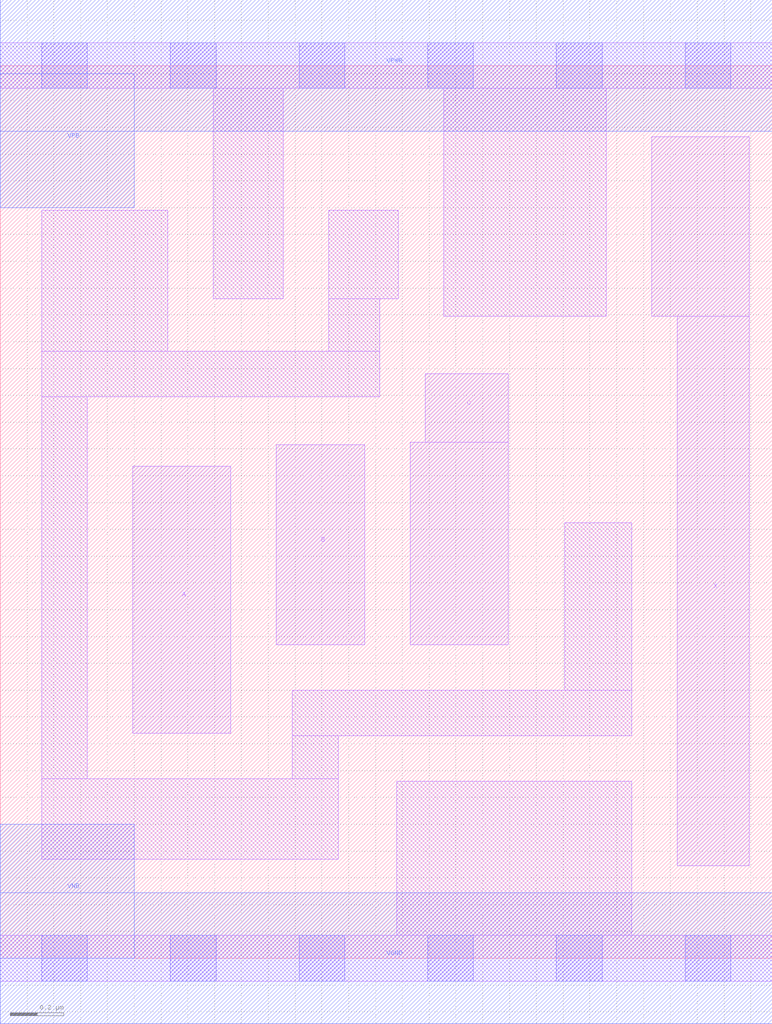
<source format=lef>
# Copyright 2020 The SkyWater PDK Authors
#
# Licensed under the Apache License, Version 2.0 (the "License");
# you may not use this file except in compliance with the License.
# You may obtain a copy of the License at
#
#     https://www.apache.org/licenses/LICENSE-2.0
#
# Unless required by applicable law or agreed to in writing, software
# distributed under the License is distributed on an "AS IS" BASIS,
# WITHOUT WARRANTIES OR CONDITIONS OF ANY KIND, either express or implied.
# See the License for the specific language governing permissions and
# limitations under the License.
#
# SPDX-License-Identifier: Apache-2.0

VERSION 5.5 ;
NAMESCASESENSITIVE ON ;
BUSBITCHARS "[]" ;
DIVIDERCHAR "/" ;
MACRO sky130_fd_sc_lp__and3_0
  CLASS CORE ;
  SOURCE USER ;
  ORIGIN  0.000000  0.000000 ;
  SIZE  2.880000 BY  3.330000 ;
  SYMMETRY X Y R90 ;
  SITE unit ;
  PIN A
    ANTENNAGATEAREA  0.126000 ;
    DIRECTION INPUT ;
    USE SIGNAL ;
    PORT
      LAYER li1 ;
        RECT 0.495000 0.840000 0.860000 1.835000 ;
    END
  END A
  PIN B
    ANTENNAGATEAREA  0.126000 ;
    DIRECTION INPUT ;
    USE SIGNAL ;
    PORT
      LAYER li1 ;
        RECT 1.030000 1.170000 1.360000 1.915000 ;
    END
  END B
  PIN C
    ANTENNAGATEAREA  0.126000 ;
    DIRECTION INPUT ;
    USE SIGNAL ;
    PORT
      LAYER li1 ;
        RECT 1.530000 1.170000 1.895000 1.925000 ;
        RECT 1.585000 1.925000 1.895000 2.180000 ;
    END
  END C
  PIN X
    ANTENNADIFFAREA  0.287300 ;
    DIRECTION OUTPUT ;
    USE SIGNAL ;
    PORT
      LAYER li1 ;
        RECT 2.430000 2.395000 2.795000 3.065000 ;
        RECT 2.525000 0.345000 2.795000 2.395000 ;
    END
  END X
  PIN VGND
    DIRECTION INOUT ;
    USE GROUND ;
    PORT
      LAYER met1 ;
        RECT 0.000000 -0.245000 2.880000 0.245000 ;
    END
  END VGND
  PIN VNB
    DIRECTION INOUT ;
    USE GROUND ;
    PORT
    END
  END VNB
  PIN VPB
    DIRECTION INOUT ;
    USE POWER ;
    PORT
    END
  END VPB
  PIN VNB
    DIRECTION INOUT ;
    USE GROUND ;
    PORT
      LAYER met1 ;
        RECT 0.000000 0.000000 0.500000 0.500000 ;
    END
  END VNB
  PIN VPB
    DIRECTION INOUT ;
    USE POWER ;
    PORT
      LAYER met1 ;
        RECT 0.000000 2.800000 0.500000 3.300000 ;
    END
  END VPB
  PIN VPWR
    DIRECTION INOUT ;
    USE POWER ;
    PORT
      LAYER met1 ;
        RECT 0.000000 3.085000 2.880000 3.575000 ;
    END
  END VPWR
  OBS
    LAYER li1 ;
      RECT 0.000000 -0.085000 2.880000 0.085000 ;
      RECT 0.000000  3.245000 2.880000 3.415000 ;
      RECT 0.155000  0.370000 1.260000 0.670000 ;
      RECT 0.155000  0.670000 0.325000 2.095000 ;
      RECT 0.155000  2.095000 1.415000 2.265000 ;
      RECT 0.155000  2.265000 0.625000 2.790000 ;
      RECT 0.795000  2.460000 1.055000 3.245000 ;
      RECT 1.090000  0.670000 1.260000 0.830000 ;
      RECT 1.090000  0.830000 2.355000 1.000000 ;
      RECT 1.225000  2.265000 1.415000 2.460000 ;
      RECT 1.225000  2.460000 1.485000 2.790000 ;
      RECT 1.480000  0.085000 2.355000 0.660000 ;
      RECT 1.655000  2.395000 2.260000 3.245000 ;
      RECT 2.105000  1.000000 2.355000 1.625000 ;
    LAYER mcon ;
      RECT 0.155000 -0.085000 0.325000 0.085000 ;
      RECT 0.155000  3.245000 0.325000 3.415000 ;
      RECT 0.635000 -0.085000 0.805000 0.085000 ;
      RECT 0.635000  3.245000 0.805000 3.415000 ;
      RECT 1.115000 -0.085000 1.285000 0.085000 ;
      RECT 1.115000  3.245000 1.285000 3.415000 ;
      RECT 1.595000 -0.085000 1.765000 0.085000 ;
      RECT 1.595000  3.245000 1.765000 3.415000 ;
      RECT 2.075000 -0.085000 2.245000 0.085000 ;
      RECT 2.075000  3.245000 2.245000 3.415000 ;
      RECT 2.555000 -0.085000 2.725000 0.085000 ;
      RECT 2.555000  3.245000 2.725000 3.415000 ;
  END
END sky130_fd_sc_lp__and3_0
END LIBRARY

</source>
